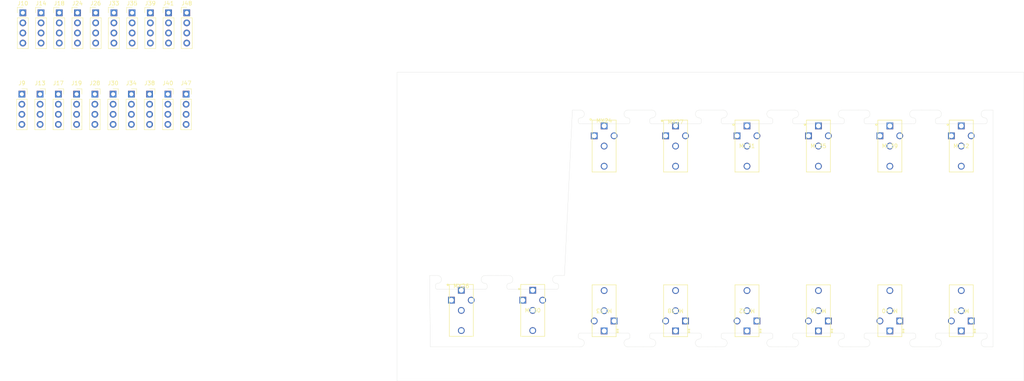
<source format=kicad_pcb>
(kicad_pcb (version 20241229) (generator "pcbnew") (generator_version "9.0")
  (layers (0 "F.Cu" signal) (2 "B.Cu" signal) (13 "F.Paste" user) (15 "B.Paste" user) (5 "F.SilkS" user) (7 "B.SilkS" user) (1 "F.Mask" user) (3 "B.Mask" user) (25 "Edge.Cuts" user))
  (net 0 "")
  (net 3 "GND")
  (net 80 "Net-(MX23-COL)")
  (net 89 "Net-(MX31-COL)")
  (footprint "footprints:SW_D2FC_OMR" (layer "F.Cu") (at 126 51.5)
    (property "Reference" "MX27" (at 0 -0.97275 0) (layer "F.SilkS"))
    (property "Value" "SwF")
    (fp_text user "*" (at -3.4036 -0.97275 0) (layer "F.SilkS"))
    (fp_text user "*" (at -3.4036 -0.97275 0) (layer "F.SilkS"))
    (pad "1" thru_hole rect (at -2.5 2.5) (size 1.7018 1.7018) (drill 1.1938) (layers "*.Cu" "*.Mask") (net 80 "Net-(MX23-COL)"))
    (pad "1" thru_hole rect (at 0 0) (size 1.7018 1.7018) (drill 1.1938) (layers "*.Cu" "*.Mask") (net 80 "Net-(MX23-COL)"))
    (pad "2" thru_hole circle (at 0 5.08) (size 1.7018 1.7018) (drill 1.1938) (layers "*.Cu" "*.Mask"))
    (pad "2" thru_hole circle (at 2.5 2.5) (size 1.7018 1.7018) (drill 1.1938) (layers "*.Cu" "*.Mask"))
    (pad "3" thru_hole circle (at 0 10.16) (size 1.7018 1.7018) (drill 1.1938) (layers "*.Cu" "*.Mask"))
  )
  (footprint "footprints:SW_D2FC_OMR" (layer "F.Cu") (at 162 51.5)
    (property "Reference" "MX35" (at 0 5.08 0) (layer "F.SilkS"))
    (property "Value" "SwL")
    (fp_text user "*" (at -3.4036 0 0) (layer "F.SilkS"))
    (fp_text user "*" (at -3.4036 0 0) (layer "F.SilkS"))
    (pad "1" thru_hole rect (at -2.5 2.5) (size 1.7018 1.7018) (drill 1.1938) (layers "*.Cu" "*.Mask") (net 89 "Net-(MX31-COL)"))
    (pad "1" thru_hole rect (at 0 0) (size 1.7018 1.7018) (drill 1.1938) (layers "*.Cu" "*.Mask") (net 89 "Net-(MX31-COL)"))
    (pad "2" thru_hole circle (at 0 5.08) (size 1.7018 1.7018) (drill 1.1938) (layers "*.Cu" "*.Mask"))
    (pad "2" thru_hole circle (at 2.5 2.5) (size 1.7018 1.7018) (drill 1.1938) (layers "*.Cu" "*.Mask"))
    (pad "3" thru_hole circle (at 0 10.16) (size 1.7018 1.7018) (drill 1.1938) (layers "*.Cu" "*.Mask"))
  )
  (footprint "footprints:SW_D2FC_OMR" (layer "F.Cu") (at 108 51.5)
    (property "Reference" "MX24" (at 0 -1.30275 0) (layer "F.SilkS"))
    (property "Value" "SwPound")
    (fp_text user "*" (at -3.4036 -1.30275 0) (layer "F.SilkS"))
    (fp_text user "*" (at -3.4036 -1.30275 0) (layer "F.SilkS"))
    (pad "1" thru_hole rect (at -2.5 2.5) (size 1.7018 1.7018) (drill 1.1938) (layers "*.Cu" "*.Mask") (net 80 "Net-(MX23-COL)"))
    (pad "1" thru_hole rect (at 0 0) (size 1.7018 1.7018) (drill 1.1938) (layers "*.Cu" "*.Mask") (net 80 "Net-(MX23-COL)"))
    (pad "2" thru_hole circle (at 0 5.08) (size 1.7018 1.7018) (drill 1.1938) (layers "*.Cu" "*.Mask"))
    (pad "2" thru_hole circle (at 2.5 2.5) (size 1.7018 1.7018) (drill 1.1938) (layers "*.Cu" "*.Mask"))
    (pad "3" thru_hole circle (at 0 10.16) (size 1.7018 1.7018) (drill 1.1938) (layers "*.Cu" "*.Mask"))
  )
  (footprint "Connector_PinSocket_2.54mm:PinSocket_1x04_P2.54mm_Vertical" (layer "F.Cu") (at -34.15 43.5)
    (property "Reference" "J13" (at 0 -2.77 0) (layer "F.SilkS"))
    (property "Value" "Raiser_Female")
    (pad "1" thru_hole rect (at 0 0) (size 1.7 1.7) (drill 1) (layers "*.Cu" "*.Mask"))
    (pad "2" thru_hole circle (at 0 2.54) (size 1.7 1.7) (drill 1) (layers "*.Cu" "*.Mask"))
    (pad "3" thru_hole circle (at 0 5.08) (size 1.7 1.7) (drill 1) (layers "*.Cu" "*.Mask"))
    (pad "4" thru_hole circle (at 0 7.62) (size 1.7 1.7) (drill 1) (layers "*.Cu" "*.Mask"))
  )
  (footprint "Connector_PinSocket_2.54mm:PinSocket_1x04_P2.54mm_Vertical" (layer "F.Cu") (at -24.95 43.5)
    (property "Reference" "J19" (at 0 -2.77 0) (layer "F.SilkS"))
    (property "Value" "Raiser_Female")
    (pad "1" thru_hole rect (at 0 0) (size 1.7 1.7) (drill 1) (layers "*.Cu" "*.Mask"))
    (pad "2" thru_hole circle (at 0 2.54) (size 1.7 1.7) (drill 1) (layers "*.Cu" "*.Mask"))
    (pad "3" thru_hole circle (at 0 5.08) (size 1.7 1.7) (drill 1) (layers "*.Cu" "*.Mask"))
    (pad "4" thru_hole circle (at 0 7.62) (size 1.7 1.7) (drill 1) (layers "*.Cu" "*.Mask") (net 3 "GND"))
  )
  (footprint "Connector_PinHeader_2.54mm:PinHeader_1x04_P2.54mm_Vertical" (layer "F.Cu") (at -38.5 23)
    (property "Reference" "J10" (at 0 -2.38 0) (layer "F.SilkS"))
    (property "Value" "Raiser_Male")
    (pad "1" thru_hole rect (at 0 0) (size 1.7 1.7) (drill 1) (layers "*.Cu" "*.Mask"))
    (pad "2" thru_hole circle (at 0 2.54) (size 1.7 1.7) (drill 1) (layers "*.Cu" "*.Mask"))
    (pad "3" thru_hole circle (at 0 5.08) (size 1.7 1.7) (drill 1) (layers "*.Cu" "*.Mask"))
    (pad "4" thru_hole circle (at 0 7.62) (size 1.7 1.7) (drill 1) (layers "*.Cu" "*.Mask"))
  )
  (footprint "Connector_PinHeader_2.54mm:PinHeader_1x04_P2.54mm_Vertical" (layer "F.Cu") (at 2.81 23)
    (property "Reference" "J48" (at 0 -2.38 0) (layer "F.SilkS"))
    (property "Value" "Raiser_Male")
    (pad "1" thru_hole rect (at 0 0) (size 1.7 1.7) (drill 1) (layers "*.Cu" "*.Mask"))
    (pad "2" thru_hole circle (at 0 2.54) (size 1.7 1.7) (drill 1) (layers "*.Cu" "*.Mask"))
    (pad "3" thru_hole circle (at 0 5.08) (size 1.7 1.7) (drill 1) (layers "*.Cu" "*.Mask"))
    (pad "4" thru_hole circle (at 0 7.62) (size 1.7 1.7) (drill 1) (layers "*.Cu" "*.Mask"))
  )
  (footprint "Connector_PinSocket_2.54mm:PinSocket_1x04_P2.54mm_Vertical" (layer "F.Cu") (at -6.55 43.5)
    (property "Reference" "J38" (at 0 -2.77 0) (layer "F.SilkS"))
    (property "Value" "Raiser_Female")
    (pad "1" thru_hole rect (at 0 0) (size 1.7 1.7) (drill 1) (layers "*.Cu" "*.Mask"))
    (pad "2" thru_hole circle (at 0 2.54) (size 1.7 1.7) (drill 1) (layers "*.Cu" "*.Mask"))
    (pad "3" thru_hole circle (at 0 5.08) (size 1.7 1.7) (drill 1) (layers "*.Cu" "*.Mask"))
    (pad "4" thru_hole circle (at 0 7.62) (size 1.7 1.7) (drill 1) (layers "*.Cu" "*.Mask"))
  )
  (footprint "Connector_PinSocket_2.54mm:PinSocket_1x04_P2.54mm_Vertical" (layer "F.Cu") (at -29.55 43.5)
    (property "Reference" "J17" (at 0 -2.77 0) (layer "F.SilkS"))
    (property "Value" "Raiser_Female")
    (pad "1" thru_hole rect (at 0 0) (size 1.7 1.7) (drill 1) (layers "*.Cu" "*.Mask"))
    (pad "2" thru_hole circle (at 0 2.54) (size 1.7 1.7) (drill 1) (layers "*.Cu" "*.Mask"))
    (pad "3" thru_hole circle (at 0 5.08) (size 1.7 1.7) (drill 1) (layers "*.Cu" "*.Mask"))
    (pad "4" thru_hole circle (at 0 7.62) (size 1.7 1.7) (drill 1) (layers "*.Cu" "*.Mask"))
  )
  (footprint "footprints:SW_D2FC_OMR" (layer "F.Cu") (at 108 103.16 180)
    (property "Reference" "MX23" (at 0 5.08 180) (layer "F.SilkS"))
    (property "Value" "SwAsterisk")
    (fp_text user "*" (at -3.4036 0 0) (layer "F.SilkS"))
    (fp_text user "*" (at -3.4036 0 180) (layer "F.SilkS"))
    (pad "1" thru_hole rect (at -2.5 2.5 180) (size 1.7018 1.7018) (drill 1.1938) (layers "*.Cu" "*.Mask") (net 80 "Net-(MX23-COL)"))
    (pad "1" thru_hole rect (at 0 0 180) (size 1.7018 1.7018) (drill 1.1938) (layers "*.Cu" "*.Mask") (net 80 "Net-(MX23-COL)"))
    (pad "2" thru_hole circle (at 0 5.08 180) (size 1.7018 1.7018) (drill 1.1938) (layers "*.Cu" "*.Mask"))
    (pad "2" thru_hole circle (at 2.5 2.5 180) (size 1.7018 1.7018) (drill 1.1938) (layers "*.Cu" "*.Mask"))
    (pad "3" thru_hole circle (at 0 10.16 180) (size 1.7018 1.7018) (drill 1.1938) (layers "*.Cu" "*.Mask"))
  )
  (footprint "Connector_PinSocket_2.54mm:PinSocket_1x04_P2.54mm_Vertical" (layer "F.Cu") (at -15.75 43.5)
    (property "Reference" "J30" (at 0 -2.77 0) (layer "F.SilkS"))
    (property "Value" "Conn_01x04_Female")
    (pad "1" thru_hole rect (at 0 0) (size 1.7 1.7) (drill 1) (layers "*.Cu" "*.Mask"))
    (pad "2" thru_hole circle (at 0 2.54) (size 1.7 1.7) (drill 1) (layers "*.Cu" "*.Mask"))
    (pad "3" thru_hole circle (at 0 5.08) (size 1.7 1.7) (drill 1) (layers "*.Cu" "*.Mask"))
    (pad "4" thru_hole circle (at 0 7.62) (size 1.7 1.7) (drill 1) (layers "*.Cu" "*.Mask"))
  )
  (footprint "Connector_PinSocket_2.54mm:PinSocket_1x04_P2.54mm_Vertical" (layer "F.Cu") (at -1.95 43.5)
    (property "Reference" "J40" (at 0 -2.77 0) (layer "F.SilkS"))
    (property "Value" "Raiser_Female")
    (pad "1" thru_hole rect (at 0 0) (size 1.7 1.7) (drill 1) (layers "*.Cu" "*.Mask"))
    (pad "2" thru_hole circle (at 0 2.54) (size 1.7 1.7) (drill 1) (layers "*.Cu" "*.Mask"))
    (pad "3" thru_hole circle (at 0 5.08) (size 1.7 1.7) (drill 1) (layers "*.Cu" "*.Mask"))
    (pad "4" thru_hole circle (at 0 7.62) (size 1.7 1.7) (drill 1) (layers "*.Cu" "*.Mask"))
  )
  (footprint "footprints:SW_D2FC_OMR" (layer "F.Cu") (at 126 103.16 180)
    (property "Reference" "MX28" (at 0 5.08 180) (layer "F.SilkS"))
    (property "Value" "SwR")
    (fp_text user "*" (at -3.4036 0 0) (layer "F.SilkS"))
    (fp_text user "*" (at -3.4036 0 180) (layer "F.SilkS"))
    (pad "1" thru_hole rect (at -2.5 2.5 180) (size 1.7018 1.7018) (drill 1.1938) (layers "*.Cu" "*.Mask") (net 80 "Net-(MX23-COL)"))
    (pad "1" thru_hole rect (at 0 0 180) (size 1.7018 1.7018) (drill 1.1938) (layers "*.Cu" "*.Mask") (net 80 "Net-(MX23-COL)"))
    (pad "2" thru_hole circle (at 0 5.08 180) (size 1.7018 1.7018) (drill 1.1938) (layers "*.Cu" "*.Mask"))
    (pad "2" thru_hole circle (at 2.5 2.5 180) (size 1.7018 1.7018) (drill 1.1938) (layers "*.Cu" "*.Mask"))
    (pad "3" thru_hole circle (at 0 10.16 180) (size 1.7018 1.7018) (drill 1.1938) (layers "*.Cu" "*.Mask"))
  )
  (footprint "footprints:SW_D2FC_OMR" (layer "F.Cu") (at 90 92.92)
    (property "Reference" "MX30" (at 0 5.08 0) (layer "F.SilkS"))
    (property "Value" "SwE")
    (fp_text user "*" (at -3.4036 0 0) (layer "F.SilkS"))
    (fp_text user "*" (at -3.4036 0 0) (layer "F.SilkS"))
    (pad "1" thru_hole rect (at -2.5 2.5) (size 1.7018 1.7018) (drill 1.1938) (layers "*.Cu" "*.Mask"))
    (pad "1" thru_hole rect (at 0 0) (size 1.7018 1.7018) (drill 1.1938) (layers "*.Cu" "*.Mask"))
    (pad "2" thru_hole circle (at 0 5.08) (size 1.7018 1.7018) (drill 1.1938) (layers "*.Cu" "*.Mask"))
    (pad "2" thru_hole circle (at 2.5 2.5) (size 1.7018 1.7018) (drill 1.1938) (layers "*.Cu" "*.Mask"))
    (pad "3" thru_hole circle (at 0 10.16) (size 1.7018 1.7018) (drill 1.1938) (layers "*.Cu" "*.Mask"))
  )
  (footprint "Connector_PinHeader_2.54mm:PinHeader_1x04_P2.54mm_Vertical" (layer "F.Cu") (at -10.96 23)
    (property "Reference" "J35" (at 0 -2.38 0) (layer "F.SilkS"))
    (property "Value" "Raiser_Male")
    (pad "1" thru_hole rect (at 0 0) (size 1.7 1.7) (drill 1) (layers "*.Cu" "*.Mask"))
    (pad "2" thru_hole circle (at 0 2.54) (size 1.7 1.7) (drill 1) (layers "*.Cu" "*.Mask"))
    (pad "3" thru_hole circle (at 0 5.08) (size 1.7 1.7) (drill 1) (layers "*.Cu" "*.Mask"))
    (pad "4" thru_hole circle (at 0 7.62) (size 1.7 1.7) (drill 1) (layers "*.Cu" "*.Mask"))
  )
  (footprint "Connector_PinHeader_2.54mm:PinHeader_1x04_P2.54mm_Vertical" (layer "F.Cu") (at -33.91 23)
    (property "Reference" "J14" (at 0 -2.38 0) (layer "F.SilkS"))
    (property "Value" "Raiser_Male")
    (pad "1" thru_hole rect (at 0 0) (size 1.7 1.7) (drill 1) (layers "*.Cu" "*.Mask"))
    (pad "2" thru_hole circle (at 0 2.54) (size 1.7 1.7) (drill 1) (layers "*.Cu" "*.Mask"))
    (pad "3" thru_hole circle (at 0 5.08) (size 1.7 1.7) (drill 1) (layers "*.Cu" "*.Mask"))
    (pad "4" thru_hole circle (at 0 7.62) (size 1.7 1.7) (drill 1) (layers "*.Cu" "*.Mask"))
  )
  (footprint "footprints:SW_D2FC_OMR" (layer "F.Cu") (at 198 103.16 180)
    (property "Reference" "MX43" (at 0 5.08 180) (layer "F.SilkS"))
    (property "Value" "SwZ")
    (fp_text user "*" (at -3.4036 0 180) (layer "F.SilkS"))
    (fp_text user "*" (at -3.4036 0 0) (layer "F.SilkS"))
    (pad "1" thru_hole rect (at -2.5 2.5 180) (size 1.7018 1.7018) (drill 1.1938) (layers "*.Cu" "*.Mask") (net 89 "Net-(MX31-COL)"))
    (pad "1" thru_hole rect (at 0 0 180) (size 1.7018 1.7018) (drill 1.1938) (layers "*.Cu" "*.Mask") (net 89 "Net-(MX31-COL)"))
    (pad "2" thru_hole circle (at 0 5.08 180) (size 1.7018 1.7018) (drill 1.1938) (layers "*.Cu" "*.Mask"))
    (pad "2" thru_hole circle (at 2.5 2.5 180) (size 1.7018 1.7018) (drill 1.1938) (layers "*.Cu" "*.Mask"))
    (pad "3" thru_hole circle (at 0 10.16 180) (size 1.7018 1.7018) (drill 1.1938) (layers "*.Cu" "*.Mask"))
  )
  (footprint "Connector_PinHeader_2.54mm:PinHeader_1x04_P2.54mm_Vertical" (layer "F.Cu") (at -24.73 23)
    (property "Reference" "J24" (at 0 -2.38 0) (layer "F.SilkS"))
    (property "Value" "Conn_01x04_Male")
    (pad "1" thru_hole rect (at 0 0) (size 1.7 1.7) (drill 1) (layers "*.Cu" "*.Mask"))
    (pad "2" thru_hole circle (at 0 2.54) (size 1.7 1.7) (drill 1) (layers "*.Cu" "*.Mask"))
    (pad "3" thru_hole circle (at 0 5.08) (size 1.7 1.7) (drill 1) (layers "*.Cu" "*.Mask"))
    (pad "4" thru_hole circle (at 0 7.62) (size 1.7 1.7) (drill 1) (layers "*.Cu" "*.Mask"))
  )
  (footprint "Connector_PinHeader_2.54mm:PinHeader_1x04_P2.54mm_Vertical" (layer "F.Cu") (at -1.78 23)
    (property "Reference" "J41" (at 0 -2.38 0) (layer "F.SilkS"))
    (property "Value" "Raiser_Male")
    (pad "1" thru_hole rect (at 0 0) (size 1.7 1.7) (drill 1) (layers "*.Cu" "*.Mask"))
    (pad "2" thru_hole circle (at 0 2.54) (size 1.7 1.7) (drill 1) (layers "*.Cu" "*.Mask"))
    (pad "3" thru_hole circle (at 0 5.08) (size 1.7 1.7) (drill 1) (layers "*.Cu" "*.Mask"))
    (pad "4" thru_hole circle (at 0 7.62) (size 1.7 1.7) (drill 1) (layers "*.Cu" "*.Mask"))
  )
  (footprint "footprints:SW_D2FC_OMR" (layer "F.Cu") (at 72 92.92)
    (property "Reference" "MX26" (at 0 -1.05275 0) (layer "F.SilkS"))
    (property "Value" "SwU")
    (fp_text user "*" (at -3.4036 -1.05275 0) (layer "F.SilkS"))
    (fp_text user "*" (at -3.4036 -1.05275 0) (layer "F.SilkS"))
    (pad "1" thru_hole rect (at -2.5 2.5) (size 1.7018 1.7018) (drill 1.1938) (layers "*.Cu" "*.Mask"))
    (pad "1" thru_hole rect (at 0 0) (size 1.7018 1.7018) (drill 1.1938) (layers "*.Cu" "*.Mask"))
    (pad "2" thru_hole circle (at 0 5.08) (size 1.7018 1.7018) (drill 1.1938) (layers "*.Cu" "*.Mask"))
    (pad "2" thru_hole circle (at 2.5 2.5) (size 1.7018 1.7018) (drill 1.1938) (layers "*.Cu" "*.Mask"))
    (pad "3" thru_hole circle (at 0 10.16) (size 1.7018 1.7018) (drill 1.1938) (layers "*.Cu" "*.Mask"))
  )
  (footprint "Connector_PinSocket_2.54mm:PinSocket_1x04_P2.54mm_Vertical" (layer "F.Cu") (at -11.15 43.5)
    (property "Reference" "J34" (at 0 -2.77 0) (layer "F.SilkS"))
    (property "Value" "Raiser_Female")
    (pad "1" thru_hole rect (at 0 0) (size 1.7 1.7) (drill 1) (layers "*.Cu" "*.Mask"))
    (pad "2" thru_hole circle (at 0 2.54) (size 1.7 1.7) (drill 1) (layers "*.Cu" "*.Mask"))
    (pad "3" thru_hole circle (at 0 5.08) (size 1.7 1.7) (drill 1) (layers "*.Cu" "*.Mask"))
    (pad "4" thru_hole circle (at 0 7.62) (size 1.7 1.7) (drill 1) (layers "*.Cu" "*.Mask"))
  )
  (footprint "Connector_PinHeader_2.54mm:PinHeader_1x04_P2.54mm_Vertical" (layer "F.Cu") (at -15.55 23)
    (property "Reference" "J33" (at 0 -2.38 0) (layer "F.SilkS"))
    (property "Value" "Raiser_Male")
    (pad "1" thru_hole rect (at 0 0) (size 1.7 1.7) (drill 1) (layers "*.Cu" "*.Mask"))
    (pad "2" thru_hole circle (at 0 2.54) (size 1.7 1.7) (drill 1) (layers "*.Cu" "*.Mask"))
    (pad "3" thru_hole circle (at 0 5.08) (size 1.7 1.7) (drill 1) (layers "*.Cu" "*.Mask"))
    (pad "4" thru_hole circle (at 0 7.62) (size 1.7 1.7) (drill 1) (layers "*.Cu" "*.Mask"))
  )
  (footprint "footprints:SW_D2FC_OMR" (layer "F.Cu") (at 198 51.5)
    (property "Reference" "MX42" (at 0 5.08 0) (layer "F.SilkS"))
    (property "Value" "SwD")
    (fp_text user "*" (at -3.4036 0 0) (layer "F.SilkS"))
    (fp_text user "*" (at -3.4036 0 0) (layer "F.SilkS"))
    (pad "1" thru_hole rect (at -2.5 2.5) (size 1.7018 1.7018) (drill 1.1938) (layers "*.Cu" "*.Mask") (net 89 "Net-(MX31-COL)"))
    (pad "1" thru_hole rect (at 0 0) (size 1.7018 1.7018) (drill 1.1938) (layers "*.Cu" "*.Mask") (net 89 "Net-(MX31-COL)"))
    (pad "2" thru_hole circle (at 0 5.08) (size 1.7018 1.7018) (drill 1.1938) (layers "*.Cu" "*.Mask"))
    (pad "2" thru_hole circle (at 2.5 2.5) (size 1.7018 1.7018) (drill 1.1938) (layers "*.Cu" "*.Mask"))
    (pad "3" thru_hole circle (at 0 10.16) (size 1.7018 1.7018) (drill 1.1938) (layers "*.Cu" "*.Mask"))
  )
  (footprint "footprints:SW_D2FC_OMR" (layer "F.Cu") (at 180 51.5)
    (property "Reference" "MX39" (at 0 5.08 0) (layer "F.SilkS"))
    (property "Value" "SwT")
    (fp_text user "*" (at -3.4036 0 0) (layer "F.SilkS"))
    (fp_text user "*" (at -3.4036 0 0) (layer "F.SilkS"))
    (pad "1" thru_hole rect (at -2.5 2.5) (size 1.7018 1.7018) (drill 1.1938) (layers "*.Cu" "*.Mask") (net 89 "Net-(MX31-COL)"))
    (pad "1" thru_hole rect (at 0 0) (size 1.7018 1.7018) (drill 1.1938) (layers "*.Cu" "*.Mask") (net 89 "Net-(MX31-COL)"))
    (pad "2" thru_hole circle (at 0 5.08) (size 1.7018 1.7018) (drill 1.1938) (layers "*.Cu" "*.Mask"))
    (pad "2" thru_hole circle (at 2.5 2.5) (size 1.7018 1.7018) (drill 1.1938) (layers "*.Cu" "*.Mask"))
    (pad "3" thru_hole circle (at 0 10.16) (size 1.7018 1.7018) (drill 1.1938) (layers "*.Cu" "*.Mask"))
  )
  (footprint "Connector_PinSocket_2.54mm:PinSocket_1x04_P2.54mm_Vertical" (layer "F.Cu") (at 2.65 43.5)
    (property "Reference" "J47" (at 0 -2.77 0) (layer "F.SilkS"))
    (property "Value" "Raiser_Female")
    (pad "1" thru_hole rect (at 0 0) (size 1.7 1.7) (drill 1) (layers "*.Cu" "*.Mask"))
    (pad "2" thru_hole circle (at 0 2.54) (size 1.7 1.7) (drill 1) (layers "*.Cu" "*.Mask"))
    (pad "3" thru_hole circle (at 0 5.08) (size 1.7 1.7) (drill 1) (layers "*.Cu" "*.Mask"))
    (pad "4" thru_hole circle (at 0 7.62) (size 1.7 1.7) (drill 1) (layers "*.Cu" "*.Mask"))
  )
  (footprint "Connector_PinSocket_2.54mm:PinSocket_1x04_P2.54mm_Vertical" (layer "F.Cu") (at -38.75 43.5)
    (property "Reference" "J9" (at 0 -2.77 0) (layer "F.SilkS"))
    (property "Value" "Raiser_Female")
    (pad "1" thru_hole rect (at 0 0) (size 1.7 1.7) (drill 1) (layers "*.Cu" "*.Mask"))
    (pad "2" thru_hole circle (at 0 2.54) (size 1.7 1.7) (drill 1) (layers "*.Cu" "*.Mask"))
    (pad "3" thru_hole circle (at 0 5.08) (size 1.7 1.7) (drill 1) (layers "*.Cu" "*.Mask"))
    (pad "4" thru_hole circle (at 0 7.62) (size 1.7 1.7) (drill 1) (layers "*.Cu" "*.Mask") (net 3 "GND"))
  )
  (footprint "footprints:SW_D2FC_OMR" (layer "F.Cu") (at 180 103.16 180)
    (property "Reference" "MX40" (at 0 5.08 180) (layer "F.SilkS"))
    (property "Value" "SwS")
    (fp_text user "*" (at -3.4036 0 0) (layer "F.SilkS"))
    (fp_text user "*" (at -3.4036 0 180) (layer "F.SilkS"))
    (pad "1" thru_hole rect (at -2.5 2.5 180) (size 1.7018 1.7018) (drill 1.1938) (layers "*.Cu" "*.Mask") (net 89 "Net-(MX31-COL)"))
    (pad "1" thru_hole rect (at 0 0 180) (size 1.7018 1.7018) (drill 1.1938) (layers "*.Cu" "*.Mask") (net 89 "Net-(MX31-COL)"))
    (pad "2" thru_hole circle (at 0 5.08 180) (size 1.7018 1.7018) (drill 1.1938) (layers "*.Cu" "*.Mask"))
    (pad "2" thru_hole circle (at 2.5 2.5 180) (size 1.7018 1.7018) (drill 1.1938) (layers "*.Cu" "*.Mask"))
    (pad "3" thru_hole circle (at 0 10.16 180) (size 1.7018 1.7018) (drill 1.1938) (layers "*.Cu" "*.Mask"))
  )
  (footprint "footprints:SW_D2FC_OMR" (layer "F.Cu") (at 144 103.16 180)
    (property "Reference" "MX32" (at 0 5.08 180) (layer "F.SilkS"))
    (property "Value" "SwB")
    (fp_text user "*" (at -3.4036 0 180) (layer "F.SilkS"))
    (fp_text user "*" (at -3.4036 0 0) (layer "F.SilkS"))
    (pad "1" thru_hole rect (at -2.5 2.5 180) (size 1.7018 1.7018) (drill 1.1938) (layers "*.Cu" "*.Mask") (net 89 "Net-(MX31-COL)"))
    (pad "1" thru_hole rect (at 0 0 180) (size 1.7018 1.7018) (drill 1.1938) (layers "*.Cu" "*.Mask") (net 89 "Net-(MX31-COL)"))
    (pad "2" thru_hole circle (at 0 5.08 180) (size 1.7018 1.7018) (drill 1.1938) (layers "*.Cu" "*.Mask"))
    (pad "2" thru_hole circle (at 2.5 2.5 180) (size 1.7018 1.7018) (drill 1.1938) (layers "*.Cu" "*.Mask"))
    (pad "3" thru_hole circle (at 0 10.16 180) (size 1.7018 1.7018) (drill 1.1938) (layers "*.Cu" "*.Mask"))
  )
  (footprint "Connector_PinHeader_2.54mm:PinHeader_1x04_P2.54mm_Vertical" (layer "F.Cu") (at -29.32 23)
    (property "Reference" "J18" (at 0 -2.38 0) (layer "F.SilkS"))
    (property "Value" "Raiser_Male")
    (pad "1" thru_hole rect (at 0 0) (size 1.7 1.7) (drill 1) (layers "*.Cu" "*.Mask"))
    (pad "2" thru_hole circle (at 0 2.54) (size 1.7 1.7) (drill 1) (layers "*.Cu" "*.Mask"))
    (pad "3" thru_hole circle (at 0 5.08) (size 1.7 1.7) (drill 1) (layers "*.Cu" "*.Mask"))
    (pad "4" thru_hole circle (at 0 7.62) (size 1.7 1.7) (drill 1) (layers "*.Cu" "*.Mask"))
  )
  (footprint "Connector_PinSocket_2.54mm:PinSocket_1x04_P2.54mm_Vertical" (layer "F.Cu") (at -20.35 43.5)
    (property "Reference" "J28" (at 0 -2.77 0) (layer "F.SilkS"))
    (property "Value" "Conn_01x04_Female")
    (pad "1" thru_hole rect (at 0 0) (size 1.7 1.7) (drill 1) (layers "*.Cu" "*.Mask"))
    (pad "2" thru_hole circle (at 0 2.54) (size 1.7 1.7) (drill 1) (layers "*.Cu" "*.Mask"))
    (pad "3" thru_hole circle (at 0 5.08) (size 1.7 1.7) (drill 1) (layers "*.Cu" "*.Mask"))
    (pad "4" thru_hole circle (at 0 7.62) (size 1.7 1.7) (drill 1) (layers "*.Cu" "*.Mask"))
  )
  (footprint "footprints:SW_D2FC_OMR" (layer "F.Cu") (at 162 103.16 180)
    (property "Reference" "MX36" (at 0 5.08 180) (layer "F.SilkS"))
    (property "Value" "SwG")
    (fp_text user "*" (at -3.4036 0 180) (layer "F.SilkS"))
    (fp_text user "*" (at -3.4036 0 0) (layer "F.SilkS"))
    (pad "1" thru_hole rect (at -2.5 2.5 180) (size 1.7018 1.7018) (drill 1.1938) (layers "*.Cu" "*.Mask") (net 89 "Net-(MX31-COL)"))
    (pad "1" thru_hole rect (at 0 0 180) (size 1.7018 1.7018) (drill 1.1938) (layers "*.Cu" "*.Mask") (net 89 "Net-(MX31-COL)"))
    (pad "2" thru_hole circle (at 0 5.08 180) (size 1.7018 1.7018) (drill 1.1938) (layers "*.Cu" "*.Mask"))
    (pad "2" thru_hole circle (at 2.5 2.5 180) (size 1.7018 1.7018) (drill 1.1938) (layers "*.Cu" "*.Mask"))
    (pad "3" thru_hole circle (at 0 10.16 180) (size 1.7018 1.7018) (drill 1.1938) (layers "*.Cu" "*.Mask"))
  )
  (footprint "footprints:SW_D2FC_OMR" (layer "F.Cu") (at 144 51.5)
    (property "Reference" "MX31" (at 0 5.08 0) (layer "F.SilkS"))
    (property "Value" "SwP")
    (fp_text user "*" (at -3.4036 0 0) (layer "F.SilkS"))
    (fp_text user "*" (at -3.4036 0 0) (layer "F.SilkS"))
    (pad "1" thru_hole rect (at -2.5 2.5) (size 1.7018 1.7018) (drill 1.1938) (layers "*.Cu" "*.Mask") (net 89 "Net-(MX31-COL)"))
    (pad "1" thru_hole rect (at 0 0) (size 1.7018 1.7018) (drill 1.1938) (layers "*.Cu" "*.Mask") (net 89 "Net-(MX31-COL)"))
    (pad "2" thru_hole circle (at 0 5.08) (size 1.7018 1.7018) (drill 1.1938) (layers "*.Cu" "*.Mask"))
    (pad "2" thru_hole circle (at 2.5 2.5) (size 1.7018 1.7018) (drill 1.1938) (layers "*.Cu" "*.Mask"))
    (pad "3" thru_hole circle (at 0 10.16) (size 1.7018 1.7018) (drill 1.1938) (layers "*.Cu" "*.Mask"))
  )
  (footprint "Connector_PinHeader_2.54mm:PinHeader_1x04_P2.54mm_Vertical" (layer "F.Cu") (at -20.14 23)
    (property "Reference" "J26" (at 0 -2.38 0) (layer "F.SilkS"))
    (property "Value" "Conn_01x04_Male")
    (pad "1" thru_hole rect (at 0 0) (size 1.7 1.7) (drill 1) (layers "*.Cu" "*.Mask"))
    (pad "2" thru_hole circle (at 0 2.54) (size 1.7 1.7) (drill 1) (layers "*.Cu" "*.Mask"))
    (pad "3" thru_hole circle (at 0 5.08) (size 1.7 1.7) (drill 1) (layers "*.Cu" "*.Mask"))
    (pad "4" thru_hole circle (at 0 7.62) (size 1.7 1.7) (drill 1) (layers "*.Cu" "*.Mask"))
  )
  (footprint "Connector_PinHeader_2.54mm:PinHeader_1x04_P2.54mm_Vertical" (layer "F.Cu") (at -6.37 23)
    (property "Reference" "J39" (at 0 -2.38 0) (layer "F.SilkS"))
    (property "Value" "Raiser_Male")
    (pad "1" thru_hole rect (at 0 0) (size 1.7 1.7) (drill 1) (layers "*.Cu" "*.Mask"))
    (pad "2" thru_hole circle (at 0 2.54) (size 1.7 1.7) (drill 1) (layers "*.Cu" "*.Mask"))
    (pad "3" thru_hole circle (at 0 5.08) (size 1.7 1.7) (drill 1) (layers "*.Cu" "*.Mask"))
    (pad "4" thru_hole circle (at 0 7.62) (size 1.7 1.7) (drill 1) (layers "*.Cu" "*.Mask"))
  )
  (gr_line (start 204 47.5) (end 206 47.5) (stroke (width 0.05)) (layer "Edge.Cuts"))
  (gr_line (start 138.000447 107.203553) (end 136.000447 107.203553) (stroke (width 0.05)) (layer "Edge.Cuts"))
  (gr_line (start 198 51) (end 192 51) (stroke (width 0.05)) (layer "Edge.Cuts"))
  (gr_rect (start 55.8 38) (end 213.8 115.8) (stroke (width 0.05)) (fill no) (layer "Edge.Cuts"))
  (gr_arc (start 168.000447 103.703553) (mid 168.354 103.85) (end 168.500447 104.203553) (stroke (width 0.05)) (layer "Edge.Cuts"))
  (gr_line (start 114.500447 104.703553) (end 114.500447 104.203553) (stroke (width 0.05)) (layer "Edge.Cuts"))
  (gr_line (start 132.500447 104.703553) (end 132.500447 104.203553) (stroke (width 0.05)) (layer "Edge.Cuts"))
  (gr_arc (start 96 91.2) (mid 96.353553 91.346447) (end 96.5 91.7) (stroke (width 0.05)) (layer "Edge.Cuts"))
  (gr_line (start 108.000447 103.703553) (end 102.000447 103.703553) (stroke (width 0.05)) (layer "Edge.Cuts"))
  (gr_line (start 198.000447 103.703553) (end 204.000447 103.703553) (stroke (width 0.05)) (layer "Edge.Cuts"))
  (gr_line (start 168.500447 104.703553) (end 168.500447 104.203553) (stroke (width 0.05)) (layer "Edge.Cuts"))
  (gr_arc (start 132.000447 103.703553) (mid 132.354 103.85) (end 132.500447 104.203553) (stroke (width 0.05)) (layer "Edge.Cuts"))
  (gr_line (start 186.500447 104.703553) (end 186.500447 104.203553) (stroke (width 0.05)) (layer "Edge.Cuts"))
  (gr_line (start 204.5 50) (end 204.5 50.5) (stroke (width 0.05)) (layer "Edge.Cuts"))
  (gr_arc (start 186.500447 104.703553) (mid 186.354 105.057106) (end 186.000447 105.203553) (stroke (width 0.05)) (layer "Edge.Cuts"))
  (gr_line (start 204.000447 107.203553) (end 206.000447 107.203553) (stroke (width 0.05)) (layer "Edge.Cuts"))
  (gr_arc (start 101.500447 104.203553) (mid 101.646894 103.85) (end 102.000447 103.703553) (stroke (width 0.05)) (layer "Edge.Cuts"))
  (gr_arc (start 155.500447 104.203553) (mid 155.646894 103.85) (end 156.000447 103.703553) (stroke (width 0.05)) (layer "Edge.Cuts"))
  (gr_arc (start 174.000447 105.203553) (mid 175.000447 106.203553) (end 174.000447 107.203553) (stroke (width 0.05)) (layer "Edge.Cuts"))
  (gr_line (start 144 51) (end 150 51) (stroke (width 0.05)) (layer "Edge.Cuts"))
  (gr_arc (start 132.5 50.5) (mid 132.353553 50.853553) (end 132 51) (stroke (width 0.05)) (layer "Edge.Cuts"))
  (gr_arc (start 174 51) (mid 173.646447 50.853553) (end 173.5 50.5) (stroke (width 0.05)) (layer "Edge.Cuts"))
  (gr_line (start 84 89.2) (end 82 89.2) (stroke (width 0.05)) (layer "Edge.Cuts"))
  (gr_line (start 119.5 50) (end 119.5 50.5) (stroke (width 0.05)) (layer "Edge.Cuts"))
  (gr_arc (start 102 47.5) (mid 103 48.5) (end 102 49.5) (stroke (width 0.05)) (layer "Edge.Cuts"))
  (gr_arc (start 150.5 50.5) (mid 150.353553 50.853553) (end 150 51) (stroke (width 0.05)) (layer "Edge.Cuts"))
  (gr_line (start 192.000447 107.203553) (end 190.000447 107.203553) (stroke (width 0.05)) (layer "Edge.Cuts"))
  (gr_line (start 96.5 91.7) (end 96.5 92.2) (stroke (width 0.05)) (layer "Edge.Cuts"))
  (gr_line (start 100.000447 107.203553) (end 64.2 107.203553) (stroke (width 0.05)) (layer "Edge.Cuts"))
  (gr_arc (start 65.5 91.7) (mid 65.646447 91.346447) (end 66 91.2) (stroke (width 0.05)) (layer "Edge.Cuts"))
  (gr_line (start 126.000447 103.703553) (end 120.000447 103.703553) (stroke (width 0.05)) (layer "Edge.Cuts"))
  (gr_arc (start 191.500447 104.203553) (mid 191.646894 103.85) (end 192.000447 103.703553) (stroke (width 0.05)) (layer "Edge.Cuts"))
  (gr_line (start 136.000447 107.203553) (end 134.000447 107.203553) (stroke (width 0.05)) (layer "Edge.Cuts"))
  (gr_line (start 162.000447 103.703553) (end 156.000447 103.703553) (stroke (width 0.05)) (layer "Edge.Cuts"))
  (gr_arc (start 204.000447 107.203553) (mid 203.000447 106.203553) (end 204.000447 105.203553) (stroke (width 0.05)) (layer "Edge.Cuts"))
  (gr_line (start 137.5 50) (end 137.5 50.5) (stroke (width 0.05)) (layer "Edge.Cuts"))
  (gr_line (start 150 47.5) (end 152 47.5) (stroke (width 0.05)) (layer "Edge.Cuts"))
  (gr_line (start 180.000447 103.703553) (end 174.000447 103.703553) (stroke (width 0.05)) (layer "Edge.Cuts"))
  (gr_arc (start 204 49.5) (mid 203 48.5) (end 204 47.5) (stroke (width 0.05)) (layer "Edge.Cuts"))
  (gr_arc (start 138.000447 105.203553) (mid 139.000447 106.203553) (end 138.000447 107.203553) (stroke (width 0.05)) (layer "Edge.Cuts"))
  (gr_line (start 114 47.5) (end 116 47.5) (stroke (width 0.05)) (layer "Edge.Cuts"))
  (gr_line (start 132 47.5) (end 134 47.5) (stroke (width 0.05)) (layer "Edge.Cuts"))
  (gr_arc (start 168.5 50.5) (mid 168.353553 50.853553) (end 168 51) (stroke (width 0.05)) (layer "Edge.Cuts"))
  (gr_line (start 191.500447 104.703553) (end 191.500447 104.203553) (stroke (width 0.05)) (layer "Edge.Cuts"))
  (gr_arc (start 168 49.5) (mid 167 48.5) (end 168 47.5) (stroke (width 0.05)) (layer "Edge.Cuts"))
  (gr_arc (start 150.500447 104.703553) (mid 150.354 105.057106) (end 150.000447 105.203553) (stroke (width 0.05)) (layer "Edge.Cuts"))
  (gr_line (start 150.000447 107.203553) (end 152.000447 107.203553) (stroke (width 0.05)) (layer "Edge.Cuts"))
  (gr_arc (start 102.000447 105.203553) (mid 103.000447 106.203553) (end 102.000447 107.203553) (stroke (width 0.05)) (layer "Edge.Cuts"))
  (gr_line (start 152 47.5) (end 154 47.5) (stroke (width 0.05)) (layer "Edge.Cuts"))
  (gr_line (start 168 47.5) (end 170 47.5) (stroke (width 0.05)) (layer "Edge.Cuts"))
  (gr_arc (start 173.5 50) (mid 173.646447 49.646447) (end 174 49.5) (stroke (width 0.05)) (layer "Edge.Cuts"))
  (gr_arc (start 83.5 91.7) (mid 83.646447 91.346447) (end 84 91.2) (stroke (width 0.05)) (layer "Edge.Cuts"))
  (gr_arc (start 191.5 50) (mid 191.646447 49.646447) (end 192 49.5) (stroke (width 0.05)) (layer "Edge.Cuts"))
  (gr_line (start 191.5 50) (end 191.5 50.5) (stroke (width 0.05)) (layer "Edge.Cuts"))
  (gr_arc (start 204.5 50.5) (mid 204.353553 50.853553) (end 204 51) (stroke (width 0.05)) (layer "Edge.Cuts"))
  (gr_line (start 120 47.5) (end 118 47.5) (stroke (width 0.05)) (layer "Edge.Cuts"))
  (gr_arc (start 132.500447 104.703553) (mid 132.354 105.057106) (end 132.000447 105.203553) (stroke (width 0.05)) (layer "Edge.Cuts"))
  (gr_line (start 90 92.7) (end 84 92.7) (stroke (width 0.05)) (layer "Edge.Cuts"))
  (gr_line (start 162.000447 103.703553) (end 168.000447 103.703553) (stroke (width 0.05)) (layer "Edge.Cuts"))
  (gr_line (start 174.000447 107.203553) (end 172.000447 107.203553) (stroke (width 0.05)) (layer "Edge.Cuts"))
  (gr_line (start 116 47.5) (end 118 47.5) (stroke (width 0.05)) (layer "Edge.Cuts"))
  (gr_line (start 186 47.5) (end 188 47.5) (stroke (width 0.05)) (layer "Edge.Cuts"))
  (gr_line (start 186.5 50) (end 186.5 50.5) (stroke (width 0.05)) (layer "Edge.Cuts"))
  (gr_line (start 198 51) (end 204 51) (stroke (width 0.05)) (layer "Edge.Cuts"))
  (gr_arc (start 168.500447 104.703553) (mid 168.354 105.057106) (end 168.000447 105.203553) (stroke (width 0.05)) (layer "Edge.Cuts"))
  (gr_line (start 144.000447 103.703553) (end 138.000447 103.703553) (stroke (width 0.05)) (layer "Edge.Cuts"))
  (gr_line (start 156 47.5) (end 154 47.5) (stroke (width 0.05)) (layer "Edge.Cuts"))
  (gr_line (start 126.000447 103.703553) (end 132.000447 103.703553) (stroke (width 0.05)) (layer "Edge.Cuts"))
  (gr_line (start 204.500447 104.703553) (end 204.500447 104.203553) (stroke (width 0.05)) (layer "Edge.Cuts"))
  (gr_arc (start 186.000447 103.703553) (mid 186.354 103.85) (end 186.500447 104.203553) (stroke (width 0.05)) (layer "Edge.Cuts"))
  (gr_arc (start 204.500447 104.703553) (mid 204.354 105.057106) (end 204.000447 105.203553) (stroke (width 0.05)) (layer "Edge.Cuts"))
  (gr_line (start 78.5 91.7) (end 78.5 92.2) (stroke (width 0.05)) (layer "Edge.Cuts"))
  (gr_line (start 173.500447 104.703553) (end 173.500447 104.203553) (stroke (width 0.05)) (layer "Edge.Cuts"))
  (gr_line (start 101.5 50) (end 101.5 50.5) (stroke (width 0.05)) (layer "Edge.Cuts"))
  (gr_line (start 192 47.5) (end 190 47.5) (stroke (width 0.05)) (layer "Edge.Cuts"))
  (gr_line (start 78 89.2) (end 80 89.2) (stroke (width 0.05)) (layer "Edge.Cuts"))
  (gr_arc (start 192 51) (mid 191.646447 50.853553) (end 191.5 50.5) (stroke (width 0.05)) (layer "Edge.Cuts"))
  (gr_arc (start 120.000447 105.203553) (mid 121.000447 106.203553) (end 120.000447 107.203553) (stroke (width 0.05)) (layer "Edge.Cuts"))
  (gr_line (start 65.5 91.7) (end 65.5 92.2) (stroke (width 0.05)) (layer "Edge.Cuts"))
  (gr_arc (start 186 49.5) (mid 186.353553 49.646447) (end 186.5 50) (stroke (width 0.05)) (layer "Edge.Cuts"))
  (gr_arc (start 173.500447 104.203553) (mid 173.646894 103.85) (end 174.000447 103.703553) (stroke (width 0.05)) (layer "Edge.Cuts"))
  (gr_arc (start 174 47.5) (mid 175 48.5) (end 174 49.5) (stroke (width 0.05)) (layer "Edge.Cuts"))
  (gr_line (start 114.000447 107.203553) (end 116.000447 107.203553) (stroke (width 0.05)) (layer "Edge.Cuts"))
  (gr_arc (start 168 49.5) (mid 168.353553 49.646447) (end 168.5 50) (stroke (width 0.05)) (layer "Edge.Cuts"))
  (gr_arc (start 132 49.5) (mid 131 48.5) (end 132 47.5) (stroke (width 0.05)) (layer "Edge.Cuts"))
  (gr_arc (start 186 49.5) (mid 185 48.5) (end 186 47.5) (stroke (width 0.05)) (layer "Edge.Cuts"))
  (gr_line (start 144 51) (end 138 51) (stroke (width 0.05)) (layer "Edge.Cuts"))
  (gr_line (start 180 51) (end 186 51) (stroke (width 0.05)) (layer "Edge.Cuts"))
  (gr_arc (start 132.000447 107.203553) (mid 131.000447 106.203553) (end 132.000447 105.203553) (stroke (width 0.05)) (layer "Edge.Cuts"))
  (gr_arc (start 156.000447 105.203553) (mid 155.646894 105.057106) (end 155.500447 104.703553) (stroke (width 0.05)) (layer "Edge.Cuts"))
  (gr_line (start 108.000447 103.703553) (end 114.000447 103.703553) (stroke (width 0.05)) (layer "Edge.Cuts"))
  (gr_line (start 190.000447 107.203553) (end 188.000447 107.203553) (stroke (width 0.05)) (layer "Edge.Cuts"))
  (gr_line (start 206 47.5) (end 206 107.2) (stroke (width 0.05)) (layer "Edge.Cuts"))
  (gr_arc (start 156 47.5) (mid 157 48.5) (end 156 49.5) (stroke (width 0.05)) (layer "Edge.Cuts"))
  (gr_arc (start 132 49.5) (mid 132.353553 49.646447) (end 132.5 50) (stroke (width 0.05)) (layer "Edge.Cuts"))
  (gr_arc (start 114.500447 104.703553) (mid 114.354 105.057106) (end 114.000447 105.203553) (stroke (width 0.05)) (layer "Edge.Cuts"))
  (gr_line (start 114.5 50) (end 114.5 50.5) (stroke (width 0.05)) (layer "Edge.Cuts"))
  (gr_line (start 138 47.5) (end 136 47.5) (stroke (width 0.05)) (layer "Edge.Cuts"))
  (gr_arc (start 119.500447 104.203553) (mid 119.646894 103.85) (end 120.000447 103.703553) (stroke (width 0.05)) (layer "Edge.Cuts"))
  (gr_line (start 101.500447 104.703553) (end 101.500447 104.203553) (stroke (width 0.05)) (layer "Edge.Cuts"))
  (gr_arc (start 192.000447 105.203553) (mid 193.000447 106.203553) (end 192.000447 107.203553) (stroke (width 0.05)) (layer "Edge.Cuts"))
  (gr_arc (start 84 92.7) (mid 83.646447 92.553553) (end 83.5 92.2) (stroke (width 0.05)) (layer "Edge.Cuts"))
  (gr_line (start 155.500447 104.703553) (end 155.500447 104.203553) (stroke (width 0.05)) (layer "Edge.Cuts"))
  (gr_line (start 100 47.5) (end 98 89.2) (stroke (width 0.05)) (layer "Edge.Cuts"))
  (gr_line (start 108 51) (end 102 51) (stroke (width 0.05)) (layer "Edge.Cuts"))
  (gr_arc (start 156 51) (mid 155.646447 50.853553) (end 155.5 50.5) (stroke (width 0.05)) (layer "Edge.Cuts"))
  (gr_arc (start 192.000447 105.203553) (mid 191.646894 105.057106) (end 191.500447 104.703553) (stroke (width 0.05)) (layer "Edge.Cuts"))
  (gr_line (start 170 47.5) (end 172 47.5) (stroke (width 0.05)) (layer "Edge.Cuts"))
  (gr_arc (start 137.500447 104.203553) (mid 137.646894 103.85) (end 138.000447 103.703553) (stroke (width 0.05)) (layer "Edge.Cuts"))
  (gr_line (start 96 89.2) (end 98 89.2) (stroke (width 0.05)) (layer "Edge.Cuts"))
  (gr_arc (start 78 91.2) (mid 78.353553 91.346447) (end 78.5 91.7) (stroke (width 0.05)) (layer "Edge.Cuts"))
  (gr_line (start 126 51) (end 132 51) (stroke (width 0.05)) (layer "Edge.Cuts"))
  (gr_line (start 64 89.2) (end 64.2 107.203553) (stroke (width 0.05)) (layer "Edge.Cuts"))
  (gr_arc (start 174.000447 105.203553) (mid 173.646894 105.057106) (end 173.500447 104.703553) (stroke (width 0.05)) (layer "Edge.Cuts"))
  (gr_line (start 198.000447 103.703553) (end 192.000447 103.703553) (stroke (width 0.05)) (layer "Edge.Cuts"))
  (gr_arc (start 150.000447 103.703553) (mid 150.354 103.85) (end 150.500447 104.203553) (stroke (width 0.05)) (layer "Edge.Cuts"))
  (gr_arc (start 150.000447 107.203553) (mid 149.000447 106.203553) (end 150.000447 105.203553) (stroke (width 0.05)) (layer "Edge.Cuts"))
  (gr_arc (start 102.000447 105.203553) (mid 101.646894 105.057106) (end 101.500447 104.703553) (stroke (width 0.05)) (layer "Edge.Cuts"))
  (gr_line (start 120.000447 107.203553) (end 118.000447 107.203553) (stroke (width 0.05)) (layer "Edge.Cuts"))
  (gr_line (start 180 51) (end 174 51) (stroke (width 0.05)) (layer "Edge.Cuts"))
  (gr_line (start 134 47.5) (end 136 47.5) (stroke (width 0.05)) (layer "Edge.Cuts"))
  (gr_arc (start 137.5 50) (mid 137.646447 49.646447) (end 138 49.5) (stroke (width 0.05)) (layer "Edge.Cuts"))
  (gr_arc (start 156.000447 105.203553) (mid 157.000447 106.203553) (end 156.000447 107.203553) (stroke (width 0.05)) (layer "Edge.Cuts"))
  (gr_arc (start 150 49.5) (mid 149 48.5) (end 150 47.5) (stroke (width 0.05)) (layer "Edge.Cuts"))
  (gr_line (start 162 51) (end 168 51) (stroke (width 0.05)) (layer "Edge.Cuts"))
  (gr_line (start 168.5 50) (end 168.5 50.5) (stroke (width 0.05)) (layer "Edge.Cuts"))
  (gr_line (start 82 89.2) (end 80 89.2) (stroke (width 0.05)) (layer "Edge.Cuts"))
  (gr_arc (start 114.5 50.5) (mid 114.353553 50.853553) (end 114 51) (stroke (width 0.05)) (layer "Edge.Cuts"))
  (gr_arc (start 120 51) (mid 119.646447 50.853553) (end 119.5 50.5) (stroke (width 0.05)) (layer "Edge.Cuts"))
  (gr_line (start 102.000447 107.203553) (end 100.000447 107.203553) (stroke (width 0.05)) (layer "Edge.Cuts"))
  (gr_arc (start 114.000447 103.703553) (mid 114.354 103.85) (end 114.500447 104.203553) (stroke (width 0.05)) (layer "Edge.Cuts"))
  (gr_arc (start 168.000447 107.203553) (mid 167.000447 106.203553) (end 168.000447 105.203553) (stroke (width 0.05)) (layer "Edge.Cuts"))
  (gr_line (start 72 92.7) (end 66 92.7) (stroke (width 0.05)) (layer "Edge.Cuts"))
  (gr_arc (start 114.000447 107.203553) (mid 113.000447 106.203553) (end 114.000447 105.203553) (stroke (width 0.05)) (layer "Edge.Cuts"))
  (gr_arc (start 101.5 50) (mid 101.646447 49.646447) (end 102 49.5) (stroke (width 0.05)) (layer "Edge.Cuts"))
  (gr_arc (start 84 89.2) (mid 85 90.2) (end 84 91.2) (stroke (width 0.05)) (layer "Edge.Cuts"))
  (gr_line (start 172.000447 107.203553) (end 170.000447 107.203553) (stroke (width 0.05)) (layer "Edge.Cuts"))
  (gr_line (start 108 51) (end 114 51) (stroke (width 0.05)) (layer "Edge.Cuts"))
  (gr_arc (start 96.5 92.2) (mid 96.353553 92.553553) (end 96 92.7) (stroke (width 0.05)) (layer "Edge.Cuts"))
  (gr_arc (start 192 47.5) (mid 193 48.5) (end 192 49.5) (stroke (width 0.05)) (layer "Edge.Cuts"))
  (gr_arc (start 96 91.2) (mid 95 90.2) (end 96 89.2) (stroke (width 0.05)) (layer "Edge.Cuts"))
  (gr_arc (start 138 51) (mid 137.646447 50.853553) (end 137.5 50.5) (stroke (width 0.05)) (layer "Edge.Cuts"))
  (gr_arc (start 119.5 50) (mid 119.646447 49.646447) (end 120 49.5) (stroke (width 0.05)) (layer "Edge.Cuts"))
  (gr_line (start 173.5 50) (end 173.5 50.5) (stroke (width 0.05)) (layer "Edge.Cuts"))
  (gr_line (start 168.000447 107.203553) (end 170.000447 107.203553) (stroke (width 0.05)) (layer "Edge.Cuts"))
  (gr_line (start 150.500447 104.703553) (end 150.500447 104.203553) (stroke (width 0.05)) (layer "Edge.Cuts"))
  (gr_arc (start 204.000447 103.703553) (mid 204.354 103.85) (end 204.500447 104.203553) (stroke (width 0.05)) (layer "Edge.Cuts"))
  (gr_arc (start 120.000447 105.203553) (mid 119.646894 105.057106) (end 119.500447 104.703553) (stroke (width 0.05)) (layer "Edge.Cuts"))
  (gr_arc (start 138.000447 105.203553) (mid 137.646894 105.057106) (end 137.500447 104.703553) (stroke (width 0.05)) (layer "Edge.Cuts"))
  (gr_line (start 83.5 91.7) (end 83.5 92.2) (stroke (width 0.05)) (layer "Edge.Cuts"))
  (gr_line (start 156.000447 107.203553) (end 154.000447 107.203553) (stroke (width 0.05)) (layer "Edge.Cuts"))
  (gr_line (start 66 89.2) (end 64 89.2) (stroke (width 0.05)) (layer "Edge.Cuts"))
  (gr_arc (start 102 51) (mid 101.646447 50.853553) (end 101.5 50.5) (stroke (width 0.05)) (layer "Edge.Cuts"))
  (gr_line (start 155.5 50) (end 155.5 50.5) (stroke (width 0.05)) (layer "Edge.Cuts"))
  (gr_arc (start 78.5 92.2) (mid 78.353553 92.553553) (end 78 92.7) (stroke (width 0.05)) (layer "Edge.Cuts"))
  (gr_line (start 144.000447 103.703553) (end 150.000447 103.703553) (stroke (width 0.05)) (layer "Edge.Cuts"))
  (gr_line (start 119.500447 104.703553) (end 119.500447 104.203553) (stroke (width 0.05)) (layer "Edge.Cuts"))
  (gr_arc (start 150 49.5) (mid 150.353553 49.646447) (end 150.5 50) (stroke (width 0.05)) (layer "Edge.Cuts"))
  (gr_line (start 118.000447 107.203553) (end 116.000447 107.203553) (stroke (width 0.05)) (layer "Edge.Cuts"))
  (gr_arc (start 114 49.5) (mid 114.353553 49.646447) (end 114.5 50) (stroke (width 0.05)) (layer "Edge.Cuts"))
  (gr_arc (start 155.5 50) (mid 155.646447 49.646447) (end 156 49.5) (stroke (width 0.05)) (layer "Edge.Cuts"))
  (gr_arc (start 66 92.7) (mid 65.646447 92.553553) (end 65.5 92.2) (stroke (width 0.05)) (layer "Edge.Cuts"))
  (gr_arc (start 78 91.2) (mid 77 90.2) (end 78 89.2) (stroke (width 0.05)) (layer "Edge.Cuts"))
  (gr_arc (start 114 49.5) (mid 113 48.5) (end 114 47.5) (stroke (width 0.05)) (layer "Edge.Cuts"))
  (gr_line (start 154.000447 107.203553) (end 152.000447 107.203553) (stroke (width 0.05)) (layer "Edge.Cuts"))
  (gr_arc (start 186.5 50.5) (mid 186.353553 50.853553) (end 186 51) (stroke (width 0.05)) (layer "Edge.Cuts"))
  (gr_line (start 102 47.5) (end 100 47.5) (stroke (width 0.05)) (layer "Edge.Cuts"))
  (gr_line (start 180.000447 103.703553) (end 186.000447 103.703553) (stroke (width 0.05)) (layer "Edge.Cuts"))
  (gr_line (start 132.000447 107.203553) (end 134.000447 107.203553) (stroke (width 0.05)) (layer "Edge.Cuts"))
  (gr_arc (start 66 89.2) (mid 67 90.2) (end 66 91.2) (stroke (width 0.05)) (layer "Edge.Cuts"))
  (gr_line (start 186.000447 107.203553) (end 188.000447 107.203553) (stroke (width 0.05)) (layer "Edge.Cuts"))
  (gr_line (start 137.500447 104.703553) (end 137.500447 104.203553) (stroke (width 0.05)) (layer "Edge.Cuts"))
  (gr_line (start 162 51) (end 156 51) (stroke (width 0.05)) (layer "Edge.Cuts"))
  (gr_line (start 72 92.7) (end 78 92.7) (stroke (width 0.05)) (layer "Edge.Cuts"))
  (gr_line (start 174 47.5) (end 172 47.5) (stroke (width 0.05)) (layer "Edge.Cuts"))
  (gr_arc (start 120 47.5) (mid 121 48.5) (end 120 49.5) (stroke (width 0.05)) (layer "Edge.Cuts"))
  (gr_line (start 150.5 50) (end 150.5 50.5) (stroke (width 0.05)) (layer "Edge.Cuts"))
  (gr_line (start 188 47.5) (end 190 47.5) (stroke (width 0.05)) (layer "Edge.Cuts"))
  (gr_arc (start 138 47.5) (mid 139 48.5) (end 138 49.5) (stroke (width 0.05)) (layer "Edge.Cuts"))
  (gr_line (start 126 51) (end 120 51) (stroke (width 0.05)) (layer "Edge.Cuts"))
  (gr_line (start 132.5 50) (end 132.5 50.5) (stroke (width 0.05)) (layer "Edge.Cuts"))
  (gr_arc (start 204 49.5) (mid 204.353553 49.646447) (end 204.5 50) (stroke (width 0.05)) (layer "Edge.Cuts"))
  (gr_arc (start 186.000447 107.203553) (mid 185.000447 106.203553) (end 186.000447 105.203553) (stroke (width 0.05)) (layer "Edge.Cuts"))
  (gr_line (start 90 92.7) (end 96 92.7) (stroke (width 0.05)) (layer "Edge.Cuts"))
)
</source>
